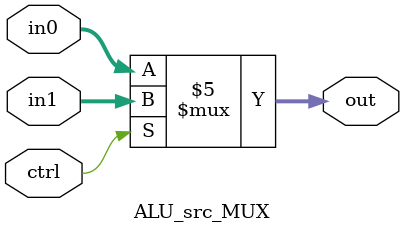
<source format=v>

module RISCV(
  clk,          // I  posedge
  rst_n,        // I  active low asynchronous
  // for mem_D
  mem_wen_D,    // O  write-enable, set high to write data into memory
  mem_addr_D,   // O  output address of data memory
  mem_wdata_D,  // O  data store to data memory
  mem_rdata_D,  // I  data read from data memory
  // for mem_I
  mem_addr_I,   // O  output address of instruction memory
  mem_rdata_I   // I  instruction read from instruction memory
);
input         clk, rst_n;

// for data memory
output        mem_wen_D;
output [29:0] mem_addr_D;
output [63:0] mem_wdata_D;
input  [63:0] mem_rdata_D;

// for instruction memory
output [29:0] mem_addr_I;
input  [31:0] mem_rdata_I;

// ------------------------------------
//               MACRO
// ------------------------------------
parameter REG_AMOUNT = 32;

// ------------------------------------
//             reg & wire
// ------------------------------------
reg [31:0] PC, next_PC;
reg [63:0] register      [0:REG_AMOUNT-1];
reg [63:0] next_register [0:REG_AMOUNT-1];
reg [63:0] mem_write_data;
reg [31:0] mem_rw_addr;
reg [ 3:0] ALU_control;
reg        ALU_src_control, reg_write, branch_control, branch_ALU_control;

reg mem_write;

wire [63:0] ALU_in;
wire [31:0] instruction;
wire [63:0] input_data;
wire [ 4:0] rs1, rs2, rd;
wire [11:0] I_imm;
wire [63:0] ALU_out;
assign I_imm = instruction[31:20];

initial begin
  PC = 32'd0;
  next_PC = 32'd0;
end

// Conversion of Little / Big Endian
assign instruction[31:24] = mem_rdata_I[ 7: 0];
assign instruction[23:16] = mem_rdata_I[15: 8];
assign instruction[15: 8] = mem_rdata_I[23:16];
assign instruction[ 7: 0] = mem_rdata_I[31:24];

assign input_data[63:56] = mem_rdata_D[ 7: 0];
assign input_data[55:48] = mem_rdata_D[15: 8];
assign input_data[47:40] = mem_rdata_D[23:16];
assign input_data[39:32] = mem_rdata_D[31:24];
assign input_data[31:24] = mem_rdata_D[39:32];
assign input_data[23:16] = mem_rdata_D[47:40];
assign input_data[15: 8] = mem_rdata_D[55:48];
assign input_data[ 7: 0] = mem_rdata_D[63:56];

assign mem_wdata_D[63:56] = mem_write_data[ 7: 0];
assign mem_wdata_D[55:48] = mem_write_data[15: 8];
assign mem_wdata_D[47:40] = mem_write_data[23:16];
assign mem_wdata_D[39:32] = mem_write_data[31:24];
assign mem_wdata_D[31:24] = mem_write_data[39:32];
assign mem_wdata_D[23:16] = mem_write_data[47:40];
assign mem_wdata_D[15: 8] = mem_write_data[55:48];
assign mem_wdata_D[ 7: 0] = mem_write_data[63:56];

// output connection
assign mem_wen_D  = mem_write;
assign mem_addr_D = mem_rw_addr[31:2];
assign mem_addr_I = PC[31:2];

// decode rs & rd from instruction
assign rs1 = instruction[19:15];
assign rs2 = instruction[24:20];
assign rd  = instruction[11: 7];

// ------------------------------------
//         submodule part
// ------------------------------------
ALU alu(ALU_out, register[rs1], ALU_in, ALU_control);
ALU_src_MUX alu_src_mux(ALU_in, register[rs2], { {52{I_imm[11]}}, I_imm }, ALU_src_control);

// ------------------------------------
//      combinational part
// ------------------------------------

// decode instruction
always@ (*)
begin
  ALU_control = { instruction[30], instruction[14:12] };
  reg_write = instruction[4] | instruction[2] | ~instruction[5];
  ALU_src_control = instruction[5];
  branch_control = instruction[6] & ~instruction[2];
  mem_write = ~instruction[6] & instruction[5] & ~instruction[4];
  branch_ALU_control = instruction[12];
end

// handle register writing
integer i;
always@ (*) 
begin
  for(i = 0; i < REG_AMOUNT; i = i+1) begin
    next_register[i] = register[i];
  end
  if (reg_write) begin
    next_register[rd] = ALU_out;
    if (instruction[2]) begin // JAL or JALR
      next_register[rd] = PC + 64'd4;
    end
    else if (~instruction[4] & ~instruction[5]) begin // LD
      next_register[rd] = input_data;
    end
  end
end

// handle memery access
always@ (*) 
begin
  mem_rw_addr = register[rs1][31:0] + { 20'd0, instruction[31:20] };
  mem_write_data = register[rs2];
  if (mem_write) begin
    mem_rw_addr = register[rs1][31:0] + { 20'd0, instruction[31:25], instruction[11:7] }; // imm for S
  end
end

// handle PC
always@ (*)
begin
  next_PC = PC + 32'd4;
  if (branch_control) begin
    if (register[rs1] == register[rs2]) begin  // BEQ
      next_PC = PC + { 19'd0, instruction[31], instruction[7], instruction[30:25], instruction[11:8], 1'b0 }; // imm for SB
    end
    if (branch_ALU_control && register[rs1] != register[rs2]) begin // BNE
      next_PC = PC + { 19'd0, instruction[31], instruction[7], instruction[30:25], instruction[11:8], 1'b0 }; // imm for SB
    end
  end
  if (instruction[2]) begin // JAL or JALR
    next_PC = register[rs1] + { 18'd0, instruction[31:20] }; // JALR
    if (instruction[3]) begin // JAL
      next_PC = PC + { 11'b0, instruction[31], instruction[19:12], instruction[20], instruction[30:21], 1'b0 }; // imm for UJ
    end
  end
end


// ------------------------------------
//      sequential part
// ------------------------------------
integer j;
always@ (posedge clk or negedge rst_n)
begin
  if (!rst_n) begin
    PC <= 32'd0;
    for (j = 0; j < REG_AMOUNT; j = j+1) begin
      register[j] <= 64'd0;
    end
  end
  else begin
    PC <= next_PC;
    register[0] <= 64'd0;
    for (j = 1; j < REG_AMOUNT; j = j+1) begin
      register[j] <= next_register[j];
    end
  end
end


endmodule



module ALU (
  out, in0, in1, control
);
input  [63:0] in0, in1;
output reg [63:0] out;
input  [ 3:0] control;

always@(*) begin
  case (control[2:0])
    3'b000: begin
      if(control[3]) begin
        out = in0 - in1;
      end
      else begin
        out = in0 + in1;
      end
    end
    3'b001: begin
      out = in0 << in1;
    end
    3'b010: begin
      out = (in0 < in1) ? 64'd1 : 64'd0;
    end
    3'b100: begin
      out = in0 ^ in1;
    end
    3'b101: begin
      if (control[3]) begin
        out = in0 >>> in1[5:0];
      end
      else out = in0 >> in1[5:0];
    end
    3'b110: begin
      out = in0 | in1;
    end
    3'b111: begin
      out = in0 & in1;
    end
    default: begin
      out = 64'd0;
    end
  endcase
end

endmodule

module ALU_src_MUX (
  out, in1, in0, ctrl
);
input      [63:0] in0, in1;
output reg [63:0] out;
input         ctrl;

always@ (*) begin
  out = ctrl ? in1 : in0;
end

endmodule

</source>
